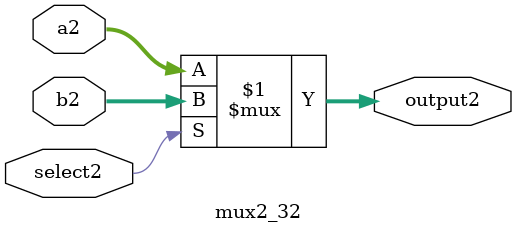
<source format=v>
module mux2_32 #(
   parameter WIDTH=32 
 ) (
   a2,b2,select2,output2
 );
 input [WIDTH-1:0] a2,b2;
 input select2;
 output [WIDTH-1:0] output2;
 assign output2 =select2 ?b2:a2; 
   
 endmodule

</source>
